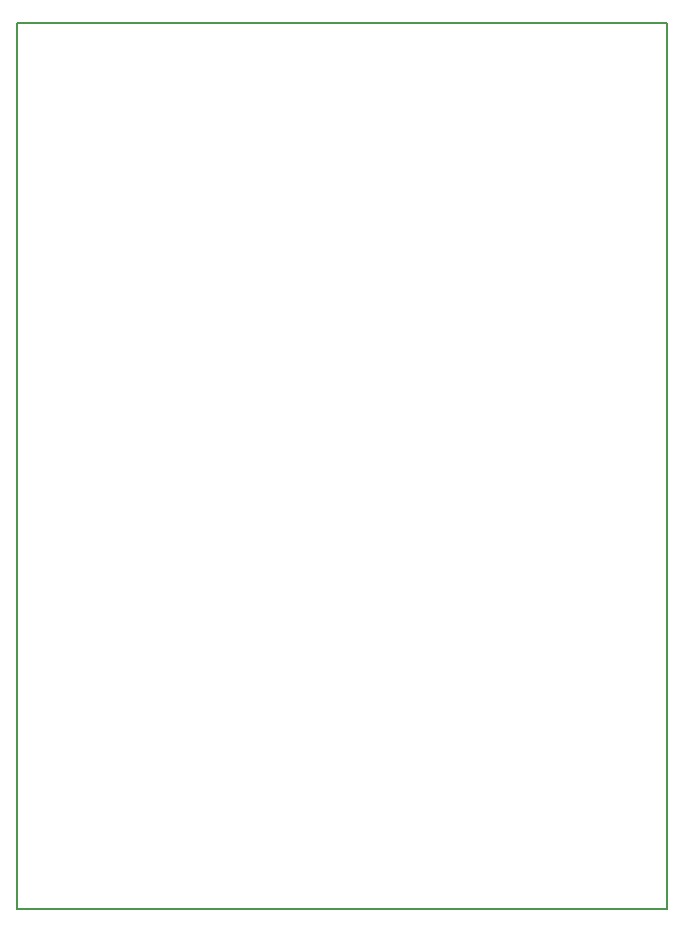
<source format=gbr>
%TF.GenerationSoftware,KiCad,Pcbnew,(5.1.5-0-10_14)*%
%TF.CreationDate,2020-09-13T21:23:24+01:00*%
%TF.ProjectId,EffectsPCB,45666665-6374-4735-9043-422e6b696361,rev?*%
%TF.SameCoordinates,Original*%
%TF.FileFunction,Profile,NP*%
%FSLAX46Y46*%
G04 Gerber Fmt 4.6, Leading zero omitted, Abs format (unit mm)*
G04 Created by KiCad (PCBNEW (5.1.5-0-10_14)) date 2020-09-13 21:23:24*
%MOMM*%
%LPD*%
G04 APERTURE LIST*
%ADD10C,0.150000*%
G04 APERTURE END LIST*
D10*
X175000000Y-142500000D02*
X175000000Y-67500000D01*
X230000000Y-142500000D02*
X175000000Y-142500000D01*
X230000000Y-67500000D02*
X230000000Y-142500000D01*
X175000000Y-67500000D02*
X230000000Y-67500000D01*
M02*

</source>
